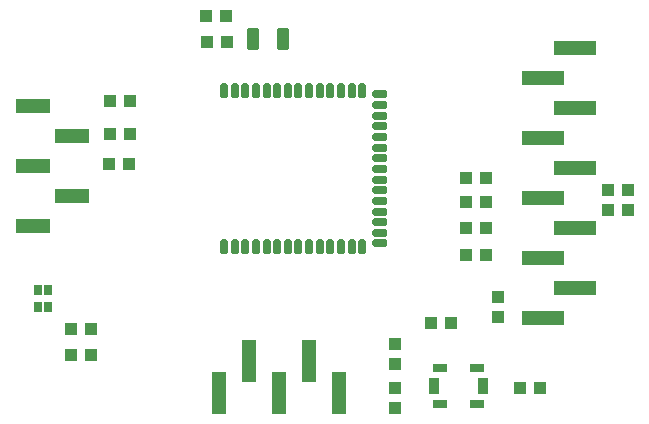
<source format=gtp>
G04*
G04 #@! TF.GenerationSoftware,Altium Limited,Altium Designer,22.9.1 (49)*
G04*
G04 Layer_Color=8421504*
%FSLAX44Y44*%
%MOMM*%
G71*
G04*
G04 #@! TF.SameCoordinates,EB67C6D0-91D5-4CF3-8B5F-14A5E2A69FE3*
G04*
G04*
G04 #@! TF.FilePolarity,Positive*
G04*
G01*
G75*
G04:AMPARAMS|DCode=11|XSize=1.27mm|YSize=0.61mm|CornerRadius=0.1525mm|HoleSize=0mm|Usage=FLASHONLY|Rotation=270.000|XOffset=0mm|YOffset=0mm|HoleType=Round|Shape=RoundedRectangle|*
%AMROUNDEDRECTD11*
21,1,1.2700,0.3050,0,0,270.0*
21,1,0.9650,0.6100,0,0,270.0*
1,1,0.3050,-0.1525,-0.4825*
1,1,0.3050,-0.1525,0.4825*
1,1,0.3050,0.1525,0.4825*
1,1,0.3050,0.1525,-0.4825*
%
%ADD11ROUNDEDRECTD11*%
G04:AMPARAMS|DCode=12|XSize=1.27mm|YSize=0.61mm|CornerRadius=0.1525mm|HoleSize=0mm|Usage=FLASHONLY|Rotation=0.000|XOffset=0mm|YOffset=0mm|HoleType=Round|Shape=RoundedRectangle|*
%AMROUNDEDRECTD12*
21,1,1.2700,0.3050,0,0,0.0*
21,1,0.9650,0.6100,0,0,0.0*
1,1,0.3050,0.4825,-0.1525*
1,1,0.3050,-0.4825,-0.1525*
1,1,0.3050,-0.4825,0.1525*
1,1,0.3050,0.4825,0.1525*
%
%ADD12ROUNDEDRECTD12*%
%ADD13R,1.0000X1.0000*%
%ADD14R,1.0000X1.0000*%
%ADD15R,3.5600X1.2700*%
%ADD16R,3.5600X1.2700*%
%ADD17R,0.9500X1.4000*%
%ADD18R,1.1500X0.7500*%
%ADD19R,1.2700X3.5600*%
%ADD20R,1.2700X3.5600*%
G04:AMPARAMS|DCode=21|XSize=1.1mm|YSize=1.9mm|CornerRadius=0.275mm|HoleSize=0mm|Usage=FLASHONLY|Rotation=0.000|XOffset=0mm|YOffset=0mm|HoleType=Round|Shape=RoundedRectangle|*
%AMROUNDEDRECTD21*
21,1,1.1000,1.3500,0,0,0.0*
21,1,0.5500,1.9000,0,0,0.0*
1,1,0.5500,0.2750,-0.6750*
1,1,0.5500,-0.2750,-0.6750*
1,1,0.5500,-0.2750,0.6750*
1,1,0.5500,0.2750,0.6750*
%
%ADD21ROUNDEDRECTD21*%
%ADD22R,2.9600X1.2700*%
%ADD23R,0.6500X0.8500*%
D11*
X569850Y421750D02*
D03*
X560850D02*
D03*
X551850D02*
D03*
X533750D02*
D03*
X506750D02*
D03*
X515750D02*
D03*
X524750D02*
D03*
X542850D02*
D03*
X497750D02*
D03*
X488750D02*
D03*
X479650D02*
D03*
X470650D02*
D03*
X461650D02*
D03*
X452650D02*
D03*
X569850Y554150D02*
D03*
X560850D02*
D03*
X551850D02*
D03*
X533750D02*
D03*
X506750D02*
D03*
X515750D02*
D03*
X524750D02*
D03*
X542850D02*
D03*
X497750D02*
D03*
X488750D02*
D03*
X479650D02*
D03*
X470650D02*
D03*
X461650D02*
D03*
X452650D02*
D03*
D12*
X584550Y469950D02*
D03*
Y460950D02*
D03*
Y433850D02*
D03*
Y424850D02*
D03*
Y442850D02*
D03*
Y451850D02*
D03*
Y478950D02*
D03*
Y487950D02*
D03*
Y551050D02*
D03*
Y542050D02*
D03*
Y515050D02*
D03*
Y505950D02*
D03*
Y496950D02*
D03*
Y524050D02*
D03*
Y533050D02*
D03*
D13*
X373000Y545000D02*
D03*
X356000D02*
D03*
X373000Y517500D02*
D03*
X356000D02*
D03*
X455000Y595000D02*
D03*
X438000D02*
D03*
X454500Y617500D02*
D03*
X437500D02*
D03*
X703000Y302500D02*
D03*
X720000D02*
D03*
X628000Y357500D02*
D03*
X645000D02*
D03*
X372500Y492500D02*
D03*
X355500D02*
D03*
X657500Y415000D02*
D03*
X674500D02*
D03*
X323000Y330000D02*
D03*
X340000D02*
D03*
X323000Y352500D02*
D03*
X340000D02*
D03*
X657500Y460000D02*
D03*
X674500D02*
D03*
X657500Y480000D02*
D03*
X674500D02*
D03*
X657500Y437500D02*
D03*
X674500D02*
D03*
D14*
X777500Y453000D02*
D03*
Y470000D02*
D03*
X795000Y453000D02*
D03*
Y470000D02*
D03*
X597500Y340000D02*
D03*
Y323000D02*
D03*
Y302500D02*
D03*
Y285500D02*
D03*
X685000Y379500D02*
D03*
Y362500D02*
D03*
D15*
X723240Y412750D02*
D03*
Y514350D02*
D03*
D16*
Y463550D02*
D03*
X749940Y438150D02*
D03*
X723240Y361950D02*
D03*
X749940Y387350D02*
D03*
Y539750D02*
D03*
Y488950D02*
D03*
Y590550D02*
D03*
X723240Y565150D02*
D03*
D17*
X672250Y303750D02*
D03*
X630750D02*
D03*
D18*
X667250Y319000D02*
D03*
X635750D02*
D03*
X667250Y288500D02*
D03*
X635750D02*
D03*
D19*
X499600Y298300D02*
D03*
D20*
X448800D02*
D03*
X474200Y325000D02*
D03*
X550400Y298300D02*
D03*
X525000Y325000D02*
D03*
D21*
X477500Y597500D02*
D03*
X502500D02*
D03*
D22*
X323800Y465100D02*
D03*
X291000Y439700D02*
D03*
Y541300D02*
D03*
X323800Y515900D02*
D03*
X291000Y490500D02*
D03*
D23*
X295470Y385710D02*
D03*
X303970D02*
D03*
X295470Y371210D02*
D03*
X303970D02*
D03*
M02*

</source>
